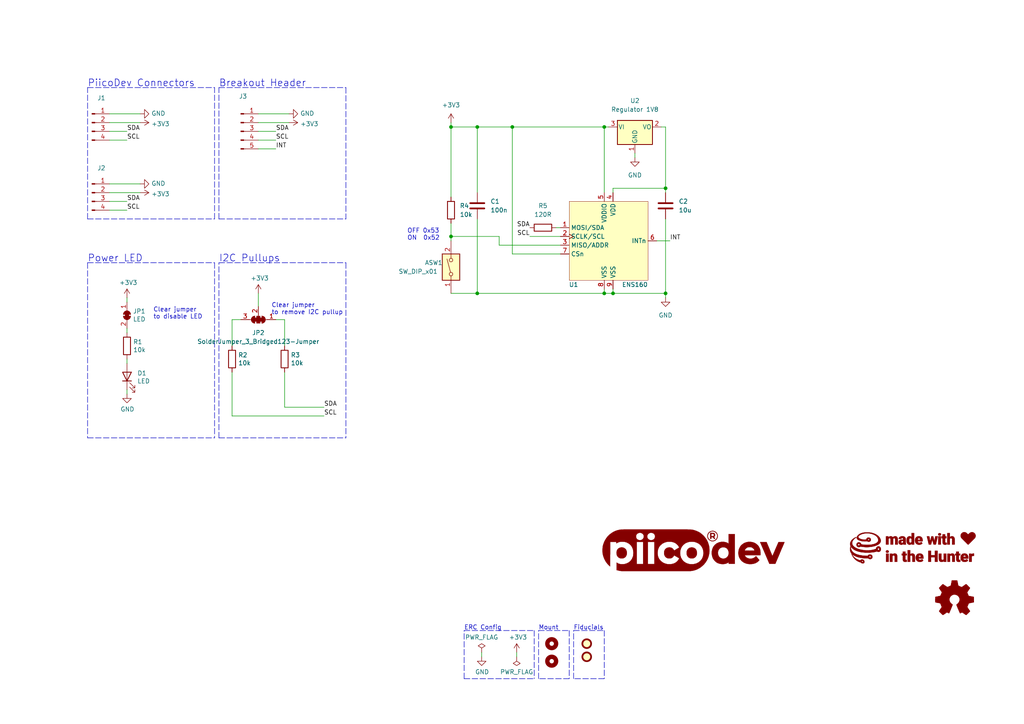
<source format=kicad_sch>
(kicad_sch (version 20211123) (generator eeschema)
  (paper "A4")
  (title_block (title "PiicoDev Air Quality Sensor") (date "2022-07-20") (rev "10") (company "Core Electronics") (comment 1 "Designed by Peter Johnston at") (comment 2 "PiicoDev and the PiicoDev logo are trademarks of Core Electronics Pty Ltd.") (comment 3 "License: CCASAv4.0 http://creativecommons.org/licenses/by-sa/4.0"))
  (lib_symbols
    (symbol "Connector:Conn_01x04_Male" (pin_names (offset 1.016) hide)
      (property "Reference" "J" (at 0 5.08 0))
      (property "Value" "Conn_01x04_Male" (at 0 -7.62 0))
      (symbol "Conn_01x04_Male_1_1"
        (pin passive line (at 5.08 2.54 180) (length 3.81) (name "Pin_1") (number "1"))
        (pin passive line (at 5.08 0 180) (length 3.81) (name "Pin_2") (number "2"))
        (pin passive line (at 5.08 -2.54 180) (length 3.81) (name "Pin_3") (number "3"))
        (pin passive line (at 5.08 -5.08 180) (length 3.81) (name "Pin_4") (number "4"))
      )
    )
    (symbol "Connector:Conn_01x05_Male" (pin_names (offset 1.016) hide)
      (property "Reference" "J" (at 0 7.62 0))
      (property "Value" "Conn_01x05_Male" (at 0 -7.62 0))
      (symbol "Conn_01x05_Male_1_1"
        (pin passive line (at 5.08 5.08 180) (length 3.81) (name "Pin_1") (number "1"))
        (pin passive line (at 5.08 2.54 180) (length 3.81) (name "Pin_2") (number "2"))
        (pin passive line (at 5.08 0 180) (length 3.81) (name "Pin_3") (number "3"))
        (pin passive line (at 5.08 -2.54 180) (length 3.81) (name "Pin_4") (number "4"))
        (pin passive line (at 5.08 -5.08 180) (length 3.81) (name "Pin_5") (number "5"))
      )
    )
    (symbol "CoreElectronics_Artwork:LOGO_CoreElectronics_no-text" (pin_names (offset 1.016)))
    (symbol "CoreElectronics_Artwork:LOGO_PiicoDev" (pin_names (offset 1.016)))
    (symbol "CoreElectronics_Artwork:LOGO_made-with-love" (pin_names (offset 1.016)))
    (symbol "CoreElectronics_Components_KiCad6:ENS160"
      (property "Reference" "U" (at -10.16 -10.16 0))
      (property "Value" "ENS160" (at 7.62 -10.16 0))
      (symbol "ENS160_0_0"
        (pin bidirectional line (at -13.97 3.81 0) (length 2.54) (name "MOSI/SDA") (number "1"))
        (pin input clock (at -13.97 1.27 0) (length 2.54) (name "SCLK/SCL") (number "2"))
        (pin bidirectional line (at -13.97 -1.27 0) (length 2.54) (name "MISO/ADDR") (number "3"))
        (pin power_in line (at 1.27 13.97 270) (length 2.54) (name "VDD") (number "4"))
        (pin power_in line (at -1.27 13.97 270) (length 2.54) (name "VDDIO") (number "5"))
        (pin output line (at 13.97 0 180) (length 2.54) (name "INTn") (number "6"))
        (pin input line (at -13.97 -3.81 0) (length 2.54) (name "CSn") (number "7"))
        (pin power_in line (at -1.27 -13.97 90) (length 2.54) (name "VSS") (number "8"))
        (pin power_in line (at 1.27 -13.97 90) (length 2.54) (name "VSS") (number "9"))
      )
    )
    (symbol "CoreElectronics_Components_KiCad6:SolderJumper_3_Bridged123-Jumper" (pin_names (offset 0) hide)
      (property "Reference" "JP" (at -2.54 -2.54 0))
      (property "Value" "SolderJumper_3_Bridged123-Jumper" (at 0 2.794 0))
      (symbol "SolderJumper_3_Bridged123-Jumper_1_1"
        (pin passive line (at -5.08 0 0) (length 2.54) (name "A") (number "1"))
        (pin input line (at 0 -3.81 90) (length 2.54) (name "C") (number "2"))
        (pin passive line (at 5.08 0 180) (length 2.54) (name "B") (number "3"))
      )
    )
    (symbol "Device:C" (pin_numbers hide) (pin_names (offset 0.254))
      (property "Reference" "C" (at 0.635 2.54 0))
      (property "Value" "C" (at 0.635 -2.54 0))
      (symbol "C_1_1"
        (pin passive line (at 0 3.81 270) (length 2.794) (name "~") (number "1"))
        (pin passive line (at 0 -3.81 90) (length 2.794) (name "~") (number "2"))
      )
    )
    (symbol "Device:LED" (pin_numbers hide) (pin_names (offset 1.016) hide)
      (property "Reference" "D" (at 0 2.54 0))
      (property "Value" "LED" (at 0 -2.54 0))
      (symbol "LED_1_1"
        (pin passive line (at -3.81 0 0) (length 2.54) (name "K") (number "1"))
        (pin passive line (at 3.81 0 180) (length 2.54) (name "A") (number "2"))
      )
    )
    (symbol "Device:R" (pin_numbers hide) (pin_names (offset 0))
      (property "Reference" "R" (at 2.032 0 90))
      (property "Value" "R" (at 0 0 90))
      (symbol "R_1_1"
        (pin passive line (at 0 3.81 270) (length 1.27) (name "~") (number "1"))
        (pin passive line (at 0 -3.81 90) (length 1.27) (name "~") (number "2"))
      )
    )
    (symbol "Graphic:Logo_Open_Hardware_Small" (pin_names (offset 1.016)))
    (symbol "Jumper:SolderJumper_2_Bridged" (pin_names (offset 0) hide)
      (property "Reference" "JP" (at 0 2.032 0))
      (property "Value" "SolderJumper_2_Bridged" (at 0 -2.54 0))
      (symbol "SolderJumper_2_Bridged_1_1"
        (pin passive line (at -3.81 0 0) (length 2.54) (name "A") (number "1"))
        (pin passive line (at 3.81 0 180) (length 2.54) (name "B") (number "2"))
      )
    )
    (symbol "Mechanical:Fiducial"
      (property "Reference" "FID" (at 0 5.08 0))
      (property "Value" "Fiducial" (at 0 3.175 0))
    )
    (symbol "Mechanical:MountingHole" (pin_names (offset 1.016))
      (property "Reference" "H" (at 0 5.08 0))
      (property "Value" "MountingHole" (at 0 3.175 0))
    )
    (symbol "Regulator_Linear:XC6206PxxxMR" (pin_names (offset 0.254))
      (property "Reference" "U" (at -3.81 3.175 0))
      (property "Value" "XC6206PxxxMR" (at 0 3.175 0))
      (symbol "XC6206PxxxMR_1_1"
        (pin power_in line (at 0 -7.62 90) (length 2.54) (name "GND") (number "1"))
        (pin power_out line (at 7.62 0 180) (length 2.54) (name "VO") (number "2"))
        (pin power_in line (at -7.62 0 0) (length 2.54) (name "VI") (number "3"))
      )
    )
    (symbol "Switch:SW_DIP_x01" (pin_names (offset 0) hide)
      (property "Reference" "SW" (at 0 3.81 0))
      (property "Value" "SW_DIP_x01" (at 0 -3.81 0))
      (symbol "SW_DIP_x01_1_1"
        (pin passive line (at -7.62 0 0) (length 5.08) (name "~") (number "1"))
        (pin passive line (at 7.62 0 180) (length 5.08) (name "~") (number "2"))
      )
    )
    (symbol "power:+3V3" (power) (pin_names (offset 0))
      (property "Value" "+3V3" (at 0 3.556 0))
      (symbol "+3V3_1_1"
        (pin power_in line (at 0 0 90) (length 0) hide (name "+3V3") (number "1"))
      )
    )
    (symbol "power:GND" (power) (pin_names (offset 0))
      (property "Value" "GND" (at 0 -3.81 0))
      (symbol "GND_1_1"
        (pin power_in line (at 0 0 270) (length 0) hide (name "GND") (number "1"))
      )
    )
    (symbol "power:PWR_FLAG" (power) (pin_numbers hide) (pin_names (offset 0) hide)
      (property "Value" "PWR_FLAG" (at 0 3.81 0))
      (symbol "PWR_FLAG_0_0"
        (pin power_out line (at 0 0 90) (length 0) (name "pwr") (number "1"))
      )
    )
  )
  (junction (at 138.43 36.83))
  (junction (at 130.81 36.83))
  (junction (at 175.26 36.83))
  (junction (at 177.8 85.09))
  (junction (at 130.81 68.58))
  (junction (at 175.26 85.09))
  (junction (at 138.43 85.09))
  (junction (at 148.59 36.83))
  (junction (at 193.04 85.09))
  (junction (at 193.04 54.61))
  (polyline (pts (xy 156.21 196.85) (xy 156.21 182.88)))
  (wire (pts (xy 36.83 40.64) (xy 31.75 40.64)))
  (wire (pts (xy 193.04 36.83) (xy 193.04 54.61)))
  (wire (pts (xy 80.01 38.1) (xy 74.93 38.1)))
  (polyline (pts (xy 156.21 182.88) (xy 165.1 182.88)))
  (polyline (pts (xy 175.26 182.88) (xy 175.26 196.85)))
  (wire (pts (xy 148.59 36.83) (xy 148.59 73.66)))
  (polyline (pts (xy 63.5 63.5) (xy 63.5 25.4)))
  (wire (pts (xy 36.83 87.63) (xy 36.83 86.36)))
  (wire (pts (xy 193.04 54.61) (xy 193.04 55.88)))
  (polyline (pts (xy 165.1 182.88) (xy 165.1 196.85)))
  (polyline (pts (xy 63.5 63.5) (xy 100.33 63.5)))
  (wire (pts (xy 177.8 83.82) (xy 177.8 85.09)))
  (polyline (pts (xy 25.4 63.5) (xy 62.23 63.5)))
  (wire (pts (xy 36.83 38.1) (xy 31.75 38.1)))
  (wire (pts (xy 190.5 69.85) (xy 194.31 69.85)))
  (polyline (pts (xy 25.4 63.5) (xy 25.4 25.4)))
  (polyline (pts (xy 25.4 76.2) (xy 62.23 76.2)))
  (wire (pts (xy 82.55 92.71) (xy 80.01 92.71)))
  (wire (pts (xy 138.43 36.83) (xy 148.59 36.83)))
  (wire (pts (xy 130.81 85.09) (xy 138.43 85.09)))
  (polyline (pts (xy 62.23 76.2) (xy 62.23 127)))
  (wire (pts (xy 184.15 44.45) (xy 184.15 45.72)))
  (wire (pts (xy 138.43 63.5) (xy 138.43 85.09)))
  (polyline (pts (xy 154.94 182.88) (xy 154.94 196.85)))
  (wire (pts (xy 130.81 64.77) (xy 130.81 68.58)))
  (wire (pts (xy 82.55 107.95) (xy 82.55 118.11)))
  (wire (pts (xy 67.31 120.65) (xy 93.98 120.65)))
  (wire (pts (xy 40.64 33.02) (xy 31.75 33.02)))
  (wire (pts (xy 36.83 96.52) (xy 36.83 95.25)))
  (wire (pts (xy 67.31 100.33) (xy 67.31 92.71)))
  (polyline (pts (xy 25.4 127) (xy 62.23 127)))
  (wire (pts (xy 153.67 68.58) (xy 162.56 68.58)))
  (wire (pts (xy 31.75 35.56) (xy 40.64 35.56)))
  (polyline (pts (xy 63.5 76.2) (xy 100.33 76.2)))
  (polyline (pts (xy 62.23 63.5) (xy 62.23 25.4)))
  (wire (pts (xy 130.81 68.58) (xy 130.81 69.85)))
  (polyline (pts (xy 25.4 25.4) (xy 62.23 25.4)))
  (wire (pts (xy 177.8 55.88) (xy 177.8 54.61)))
  (wire (pts (xy 138.43 85.09) (xy 175.26 85.09)))
  (polyline (pts (xy 63.5 127) (xy 100.33 127)))
  (wire (pts (xy 177.8 54.61) (xy 193.04 54.61)))
  (wire (pts (xy 191.77 36.83) (xy 193.04 36.83)))
  (wire (pts (xy 83.82 33.02) (xy 74.93 33.02)))
  (wire (pts (xy 40.64 53.34) (xy 31.75 53.34)))
  (wire (pts (xy 36.83 114.3) (xy 36.83 113.03)))
  (wire (pts (xy 80.01 40.64) (xy 74.93 40.64)))
  (polyline (pts (xy 134.62 196.85) (xy 134.62 182.88)))
  (wire (pts (xy 144.78 68.58) (xy 144.78 71.12)))
  (wire (pts (xy 130.81 36.83) (xy 138.43 36.83)))
  (wire (pts (xy 148.59 36.83) (xy 175.26 36.83)))
  (polyline (pts (xy 25.4 76.2) (xy 25.4 127)))
  (wire (pts (xy 175.26 36.83) (xy 175.26 55.88)))
  (wire (pts (xy 67.31 92.71) (xy 69.85 92.71)))
  (wire (pts (xy 161.29 66.04) (xy 162.56 66.04)))
  (polyline (pts (xy 100.33 76.2) (xy 100.33 127)))
  (wire (pts (xy 193.04 85.09) (xy 193.04 86.36)))
  (wire (pts (xy 36.83 60.96) (xy 31.75 60.96)))
  (polyline (pts (xy 175.26 196.85) (xy 166.37 196.85)))
  (wire (pts (xy 139.7 189.23) (xy 139.7 190.5)))
  (wire (pts (xy 175.26 83.82) (xy 175.26 85.09)))
  (wire (pts (xy 67.31 107.95) (xy 67.31 120.65)))
  (wire (pts (xy 138.43 36.83) (xy 138.43 55.88)))
  (wire (pts (xy 175.26 36.83) (xy 176.53 36.83)))
  (wire (pts (xy 74.93 43.18) (xy 80.01 43.18)))
  (wire (pts (xy 74.93 35.56) (xy 83.82 35.56)))
  (wire (pts (xy 175.26 85.09) (xy 177.8 85.09)))
  (wire (pts (xy 177.8 85.09) (xy 193.04 85.09)))
  (wire (pts (xy 36.83 58.42) (xy 31.75 58.42)))
  (wire (pts (xy 31.75 55.88) (xy 40.64 55.88)))
  (wire (pts (xy 162.56 73.66) (xy 148.59 73.66)))
  (polyline (pts (xy 63.5 127) (xy 63.5 76.2)))
  (wire (pts (xy 130.81 36.83) (xy 130.81 57.15)))
  (polyline (pts (xy 134.62 196.85) (xy 154.94 196.85)))
  (wire (pts (xy 144.78 71.12) (xy 162.56 71.12)))
  (wire (pts (xy 82.55 118.11) (xy 93.98 118.11)))
  (polyline (pts (xy 166.37 182.88) (xy 175.26 182.88)))
  (wire (pts (xy 193.04 63.5) (xy 193.04 85.09)))
  (polyline (pts (xy 165.1 196.85) (xy 156.21 196.85)))
  (wire (pts (xy 82.55 100.33) (xy 82.55 92.71)))
  (wire (pts (xy 36.83 105.41) (xy 36.83 104.14)))
  (wire (pts (xy 130.81 68.58) (xy 144.78 68.58)))
  (polyline (pts (xy 134.62 182.88) (xy 154.94 182.88)))
  (wire (pts (xy 149.86 189.23) (xy 149.86 190.5)))
  (polyline (pts (xy 100.33 25.4) (xy 100.33 63.5)))
  (wire (pts (xy 130.81 35.56) (xy 130.81 36.83)))
  (polyline (pts (xy 63.5 25.4) (xy 100.33 25.4)))
  (wire (pts (xy 74.93 85.09) (xy 74.93 88.9)))
  (polyline (pts (xy 166.37 196.85) (xy 166.37 182.88)))
  (text "Breakout Header" (at 63.5 25.4 0) (effects (font (size 2.0066 2.0066)) (justify left bottom)))
  (text "Fiducials" (at 166.37 182.88 0) (effects (font (size 1.27 1.27)) (justify left bottom)))
  (text "I2C Pullups" (at 63.5 76.2 0) (effects (font (size 2.0066 2.0066)) (justify left bottom)))
  (text "Clear jumper \nto remove I2C pullup" (at 78.74 91.44 0) (effects (font (size 1.27 1.27)) (justify left bottom)))
  (text "ERC Config" (at 134.62 182.88 0) (effects (font (size 1.27 1.27)) (justify left bottom)))
  (text "OFF 0x53\nON  0x52" (at 118.11 69.85 0) (effects (font (size 1.27 1.27)) (justify left bottom)))
  (text "Power LED" (at 25.4 76.2 0) (effects (font (size 2.0066 2.0066)) (justify left bottom)))
  (text "Clear jumper \nto disable LED" (at 44.45 92.71 0) (effects (font (size 1.27 1.27)) (justify left bottom)))
  (text "Mount" (at 156.21 182.88 0) (effects (font (size 1.27 1.27)) (justify left bottom)))
  (text "PiicoDev Connectors" (at 25.4 25.4 0) (effects (font (size 2.0066 2.0066)) (justify left bottom)))
  (label "SDA" (at 93.98 118.11 0))
  (label "INT" (at 194.31 69.85 0))
  (label "SDA" (at 36.83 58.42 0))
  (label "SDA" (at 80.01 38.1 0))
  (label "SCL" (at 36.83 40.64 0))
  (label "SCL" (at 80.01 40.64 0))
  (label "SDA" (at 153.67 66.04 180))
  (label "SCL" (at 153.67 68.58 180))
  (label "SDA" (at 36.83 38.1 0))
  (label "INT" (at 80.01 43.18 0))
  (label "SCL" (at 36.83 60.96 0))
  (label "SCL" (at 93.98 120.65 0))
  (symbol (lib_id "CoreElectronics_Artwork:LOGO_PiicoDev") (at 203.2 160.02 0) (unit 1)
    (property "Reference" "G1" (effects hide))
    (property "Value" "LOGO_PiicoDev" (effects hide))
    (property "Footprint" "CoreElectronics_Artwork:piicodev_logo_14.2x3.4mm" (effects hide))
  )
  (symbol (lib_id "CoreElectronics_Artwork:LOGO_made-with-love") (at 269.24 158.75 0) (unit 1)
    (property "Reference" "G3" (effects hide))
    (property "Value" "LOGO_made-with-love" (effects hide))
    (property "Footprint" "CoreElectronics_Artwork:piicodev_logo_14.2x3.4mm" (effects hide))
  )
  (symbol (lib_id "CoreElectronics_Artwork:LOGO_CoreElectronics_no-text") (at 251.46 158.75 0) (unit 1)
    (property "Reference" "G2" (effects hide))
    (property "Value" "LOGO_CoreElectronics_no-text" (effects hide))
    (property "Footprint" "CoreElectronics_Artwork:CoreElectronics_logo_5mm" (effects hide))
  )
  (symbol (lib_id "Graphic:Logo_Open_Hardware_Small") (at 276.86 173.99 0) (unit 1)
    (property "Reference" "LOGO1" (effects hide))
    (property "Value" "Logo_Open_Hardware_Small" (effects hide))
    (property "Footprint" "CoreElectronics_Artwork:oshw" (effects hide))
  )
  (symbol (lib_id "power:PWR_FLAG") (at 139.7 189.23 0) (unit 1)
    (property "Reference" "#FLG0101" (effects hide))
    (property "Value" "PWR_FLAG" (at 139.7 184.8358 0))
  )
  (symbol (lib_id "power:PWR_FLAG") (at 149.86 190.5 180) (unit 1)
    (property "Reference" "#FLG0102" (effects hide))
    (property "Value" "PWR_FLAG" (at 149.86 194.8942 0))
  )
  (symbol (lib_id "power:GND") (at 139.7 190.5 0) (unit 1)
    (property "Reference" "#PWR0101" (effects hide))
    (property "Value" "GND" (at 139.827 194.8942 0))
  )
  (symbol (lib_id "power:+3V3") (at 149.86 189.23 0) (unit 1)
    (property "Reference" "#PWR0102" (effects hide))
    (property "Value" "+3V3" (at 150.241 184.8358 0))
  )
  (symbol (lib_id "Mechanical:MountingHole") (at 160.02 191.77 0) (unit 1)
    (property "Reference" "H2" (effects hide))
    (property "Value" "MountingHole" (effects hide))
    (property "Footprint" "CoreElectronics_Components:MountingHole_2.7mm_M2.5_PadClearance_1.2" (effects hide))
  )
  (symbol (lib_id "Mechanical:MountingHole") (at 160.02 186.69 0) (unit 1)
    (property "Reference" "H1" (effects hide))
    (property "Value" "MountingHole" (effects hide))
    (property "Footprint" "CoreElectronics_Components:MountingHole_2.7mm_M2.5_PadClearance_1.2" (effects hide))
  )
  (symbol (lib_id "Mechanical:Fiducial") (at 170.18 190.5 0) (unit 1)
    (property "Reference" "FID2" (effects hide))
    (property "Value" "Fiducial" (effects hide))
    (property "Footprint" "Fiducial:Fiducial_1mm_Mask2mm" (effects hide))
  )
  (symbol (lib_id "Mechanical:Fiducial") (at 170.18 186.69 0) (unit 1)
    (property "Reference" "FID1" (effects hide))
    (property "Value" "Fiducial" (effects hide))
    (property "Footprint" "Fiducial:Fiducial_1mm_Mask2mm" (effects hide))
  )
  (symbol (lib_id "Connector:Conn_01x04_Male") (at 26.67 35.56 0) (unit 1)
    (property "Reference" "J1" (at 29.4132 28.4226 0))
    (property "Value" " " (at 29.4132 30.734 0))
    (property "Footprint" "Connector_JST:JST_SH_SM04B-SRSS-TB_1x04-1MP_P1.00mm_Horizontal" (effects hide))
  )
  (symbol (lib_id "power:+3V3") (at 40.64 35.56 270) (unit 1)
    (property "Reference" "#PWR0103" (effects hide))
    (property "Value" "+3V3" (at 43.8912 35.941 90) (effects (justify left)))
  )
  (symbol (lib_id "power:GND") (at 40.64 33.02 90) (unit 1)
    (property "Reference" "#PWR0104" (effects hide))
    (property "Value" "GND" (at 43.8912 32.893 90) (effects (justify right)))
  )
  (symbol (lib_id "Connector:Conn_01x04_Male") (at 26.67 55.88 0) (unit 1)
    (property "Reference" "J2" (at 29.4132 48.7426 0))
    (property "Value" " " (at 29.4132 51.054 0))
    (property "Footprint" "Connector_JST:JST_SH_SM04B-SRSS-TB_1x04-1MP_P1.00mm_Horizontal" (effects hide))
  )
  (symbol (lib_id "power:+3V3") (at 40.64 55.88 270) (unit 1)
    (property "Reference" "#PWR0105" (effects hide))
    (property "Value" "+3V3" (at 43.8912 56.261 90) (effects (justify left)))
  )
  (symbol (lib_id "power:GND") (at 40.64 53.34 90) (unit 1)
    (property "Reference" "#PWR0106" (effects hide))
    (property "Value" "GND" (at 43.8912 53.213 90) (effects (justify right)))
  )
  (symbol (lib_id "power:+3V3") (at 83.82 35.56 270) (unit 1)
    (property "Reference" "#PWR0107" (effects hide))
    (property "Value" "+3V3" (at 87.0712 35.941 90) (effects (justify left)))
  )
  (symbol (lib_id "power:GND") (at 83.82 33.02 90) (unit 1)
    (property "Reference" "#PWR0108" (effects hide))
    (property "Value" "GND" (at 87.0712 32.893 90) (effects (justify right)))
  )
  (symbol (lib_id "Device:R") (at 82.55 104.14 0) (unit 1)
    (property "Reference" "R3" (at 84.328 102.9716 0) (effects (justify left)))
    (property "Value" "10k" (at 84.328 105.283 0) (effects (justify left)))
    (property "Footprint" "Resistor_SMD:R_0402_1005Metric" (effects hide))
  )
  (symbol (lib_id "Device:R") (at 67.31 104.14 0) (unit 1)
    (property "Reference" "R2" (at 69.088 102.9716 0) (effects (justify left)))
    (property "Value" "10k" (at 69.088 105.283 0) (effects (justify left)))
    (property "Footprint" "Resistor_SMD:R_0402_1005Metric" (effects hide))
  )
  (symbol (lib_id "power:+3V3") (at 74.93 85.09 0) (unit 1)
    (property "Reference" "#PWR0109" (effects hide))
    (property "Value" "+3V3" (at 75.311 80.6958 0))
  )
  (symbol (lib_id "Device:LED") (at 36.83 109.22 90) (unit 1)
    (property "Reference" "D1" (at 39.8272 108.2294 90) (effects (justify right)))
    (property "Value" "LED" (at 39.8272 110.5408 90) (effects (justify right)))
    (property "Footprint" "LED_SMD:LED_0603_1608Metric" (effects hide))
  )
  (symbol (lib_id "power:GND") (at 36.83 114.3 0) (unit 1)
    (property "Reference" "#PWR0110" (effects hide))
    (property "Value" "GND" (at 36.957 118.6942 0))
  )
  (symbol (lib_id "power:+3V3") (at 36.83 86.36 0) (unit 1)
    (property "Reference" "#PWR0111" (effects hide))
    (property "Value" "+3V3" (at 37.211 81.9658 0))
  )
  (symbol (lib_id "Jumper:SolderJumper_2_Bridged") (at 36.83 91.44 270) (unit 1)
    (property "Reference" "JP1" (at 38.5572 90.2716 90) (effects (justify left)))
    (property "Value" "LED" (at 38.5572 92.583 90) (effects (justify left)))
    (property "Footprint" "CoreElectronics_Components:SolderJumper-2_P1.3mm_Bridged_RoundedPad1.0x1.5mm" (effects hide))
  )
  (symbol (lib_id "Device:R") (at 36.83 100.33 0) (unit 1)
    (property "Reference" "R1" (at 38.608 99.1616 0) (effects (justify left)))
    (property "Value" "10k" (at 38.608 101.473 0) (effects (justify left)))
    (property "Footprint" "Resistor_SMD:R_0402_1005Metric" (effects hide))
  )
  (symbol (lib_id "power:+3V3") (at 130.81 35.56 0) (unit 1)
    (property "Reference" "#PWR01" (effects hide))
    (property "Value" "+3V3" (at 130.81 30.48 0))
  )
  (symbol (lib_id "power:GND") (at 193.04 86.36 0) (unit 1)
    (property "Reference" "#PWR03" (effects hide))
    (property "Value" "GND" (at 193.04 91.44 0))
  )
  (symbol (lib_id "Switch:SW_DIP_x01") (at 130.81 77.47 90) (unit 1)
    (property "Reference" "ASW1" (at 123.19 76.2 90) (effects (justify right)))
    (property "Value" "SW_DIP_x01" (at 115.57 78.74 90) (effects (justify right)))
    (property "Footprint" "CoreElectronics_Components:SW_DIP_x01_Slide_CHS-01A1" (effects hide))
  )
  (symbol (lib_id "Regulator_Linear:XC6206PxxxMR") (at 184.15 36.83 0) (unit 1)
    (property "Reference" "U2" (at 184.15 29.21 0))
    (property "Value" "Regulator 1V8" (at 184.15 31.75 0))
    (property "Footprint" "Package_TO_SOT_SMD:SOT-23" (effects hide))
  )
  (symbol (lib_id "Device:C") (at 193.04 59.69 0) (unit 1)
    (property "Reference" "C2" (at 196.85 58.4199 0) (effects (justify left)))
    (property "Value" "10u" (at 196.85 60.9599 0) (effects (justify left)))
    (property "Footprint" "Capacitor_SMD:C_0603_1608Metric" (effects hide))
  )
  (symbol (lib_id "Device:R") (at 157.48 66.04 90) (unit 1)
    (property "Reference" "R5" (at 157.48 59.69 90))
    (property "Value" "120R" (at 157.48 62.23 90))
    (property "Footprint" "Resistor_SMD:R_0402_1005Metric" (effects hide))
  )
  (symbol (lib_id "CoreElectronics_Components_KiCad6:SolderJumper_3_Bridged123-Jumper") (at 74.93 92.71 180) (unit 1)
    (property "Reference" "JP2" (at 74.93 96.52 0))
    (property "Value" "SolderJumper_3_Bridged123-Jumper" (at 74.93 99.06 0))
    (property "Footprint" "CoreElectronics_Components:SolderJumper-3_P1.3mm_Closed_RoundedPad1.0x1.5mm_NumberLabels" (effects hide))
  )
  (symbol (lib_id "Connector:Conn_01x05_Male") (at 69.85 38.1 0) (unit 1)
    (property "Reference" "J3" (at 70.485 27.94 0))
    (property "Value" "Conn_01x05_Male" (effects hide))
    (property "Footprint" "CoreElectronics_Components:PiicoDev_header_5pin" (effects hide))
  )
  (symbol (lib_id "power:GND") (at 184.15 45.72 0) (unit 1)
    (property "Reference" "#PWR02" (effects hide))
    (property "Value" "GND" (at 184.15 50.8 0))
  )
  (symbol (lib_id "CoreElectronics_Components_KiCad6:ENS160") (at 176.53 69.85 0) (unit 1)
    (property "Reference" "U1" (at 166.37 82.55 0))
    (property "Value" "ENS160" (at 184.15 82.55 0))
    (property "Footprint" "CoreElectronics_Components:ScioSense_ENS160" (effects hide))
    (property "Datasheet" "https://www.sciosense.com/wp-content/uploads/documents/SC-001224-DS-7-ENS160-Datasheet.pdf" (effects hide))
  )
  (symbol (lib_id "Device:R") (at 130.81 60.96 0) (unit 1)
    (property "Reference" "R4" (at 133.35 59.6899 0) (effects (justify left)))
    (property "Value" "10k" (at 133.35 62.2299 0) (effects (justify left)))
    (property "Footprint" "Resistor_SMD:R_0402_1005Metric" (effects hide))
  )
  (symbol (lib_id "Device:C") (at 138.43 59.69 0) (unit 1)
    (property "Reference" "C1" (at 142.24 58.4199 0) (effects (justify left)))
    (property "Value" "100n" (at 142.24 60.9599 0) (effects (justify left)))
    (property "Footprint" "Capacitor_SMD:C_0402_1005Metric" (effects hide))
  )
)
</source>
